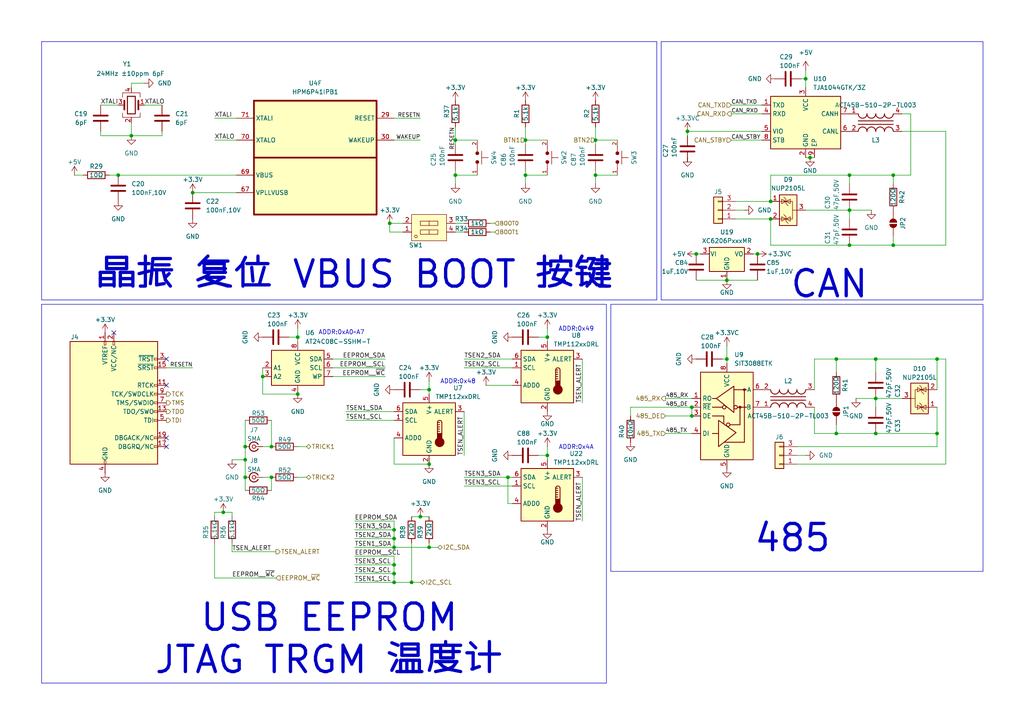
<source format=kicad_sch>
(kicad_sch (version 20250114) (generator "eeschema") (generator_version "9.0")
  (paper "A4")
  (title_block (title "HPM6P41_BuckBoost") (date "2025-05-05") (rev "4") (company "Author: Alipay"))
  (rectangle (start 12.065 88.265) (end 175.895 198.12))
  (rectangle (start 191.77 12.065) (end 285.115 86.995))
  (rectangle (start 177.165 88.265) (end 285.115 165.735))
  (rectangle (start 12.065 12.065) (end 190.5 86.995))
  (text "USB EEPROM\nJTAG TRGM 温度计" (at 95.504 185.42 0) (effects (font (size 7.62 7.62) (thickness 0.9525))))
  (text "ADDR:0x4A" (at 167.132 129.794 0) (effects (font (size 1.27 1.27))))
  (text "ADDR:0x48" (at 132.842 110.744 0) (effects (font (size 1.27 1.27))))
  (text "ADDR:0xA0~A7" (at 99.06 96.52 0) (effects (font (size 1.27 1.27))))
  (text "485" (at 229.87 156.21 0) (effects (font (size 7.62 7.62) (thickness 0.9525))))
  (text "ADDR:0x49" (at 167.132 95.504 0) (effects (font (size 1.27 1.27))))
  (text "CAN" (at 240.538 82.55 0) (effects (font (size 7.62 7.62) (thickness 0.9525))))
  (text "晶振 复位 VBUS BOOT 按键" (at 103.124 79.756 0) (effects (font (size 7.62 7.62) (thickness 0.9525))))
  (junction (at 34.29 50.8))
  (junction (at 71.12 138.43))
  (junction (at 271.78 104.14))
  (junction (at 200.66 118.11))
  (junction (at 38.1 39.37))
  (junction (at 86.36 97.79))
  (junction (at 119.38 168.91))
  (junction (at 114.3 158.75))
  (junction (at 114.3 156.21))
  (junction (at 158.75 97.79))
  (junction (at 210.82 81.28))
  (junction (at 114.3 163.83))
  (junction (at 254 104.14))
  (junction (at 246.38 60.96))
  (junction (at 254 115.57))
  (junction (at 223.52 63.5))
  (junction (at 242.57 104.14))
  (junction (at 234.95 45.72))
  (junction (at 152.4 40.64))
  (junction (at 200.66 120.65))
  (junction (at 242.57 125.73))
  (junction (at 259.08 71.12))
  (junction (at 158.75 132.08))
  (junction (at 233.68 22.86))
  (junction (at 114.3 166.37))
  (junction (at 259.08 50.8))
  (junction (at 124.46 113.03))
  (junction (at 223.52 58.42))
  (junction (at 113.03 64.77))
  (junction (at 172.72 40.64))
  (junction (at 246.38 71.12))
  (junction (at 132.08 40.64))
  (junction (at 121.92 149.86))
  (junction (at 199.39 38.1))
  (junction (at 124.46 134.62))
  (junction (at 271.78 125.73))
  (junction (at 64.77 148.59))
  (junction (at 78.74 129.54))
  (junction (at 71.12 129.54))
  (junction (at 172.72 50.8))
  (junction (at 152.4 50.8))
  (junction (at 219.71 73.66))
  (junction (at 132.08 50.8))
  (junction (at 86.36 114.3))
  (junction (at 124.46 158.75))
  (junction (at 147.32 138.43))
  (junction (at 246.38 50.8))
  (junction (at 254 125.73))
  (junction (at 78.74 138.43))
  (junction (at 201.93 73.66))
  (junction (at 76.2 109.22))
  (junction (at 114.3 153.67))
  (junction (at 210.82 104.14))
  (junction (at 71.12 133.35))
  (junction (at 114.3 168.91))
  (junction (at 55.88 55.88))
  (no_connect (at 48.26 127))
  (no_connect (at 33.02 96.52))
  (no_connect (at 48.26 104.14))
  (no_connect (at 48.26 129.54))
  (no_connect (at 48.26 111.76))
  (wire (pts (xy 223.52 63.5) (xy 223.52 71.12)))
  (wire (pts (xy 114.3 163.83) (xy 114.3 166.37)))
  (wire (pts (xy 102.87 151.13) (xy 114.3 151.13)))
  (wire (pts (xy 132.08 36.83) (xy 132.08 40.64)))
  (wire (pts (xy 134.62 138.43) (xy 147.32 138.43)))
  (wire (pts (xy 34.29 50.8) (xy 68.58 50.8)))
  (wire (pts (xy 232.41 22.86) (xy 233.68 22.86)))
  (wire (pts (xy 121.92 113.03) (xy 124.46 113.03)))
  (wire (pts (xy 134.62 104.14) (xy 148.59 104.14)))
  (wire (pts (xy 201.93 73.66) (xy 203.2 73.66)))
  (wire (pts (xy 213.36 58.42) (xy 223.52 58.42)))
  (wire (pts (xy 62.23 40.64) (xy 68.58 40.64)))
  (wire (pts (xy 246.38 63.5) (xy 246.38 60.96)))
  (wire (pts (xy 132.08 64.77) (xy 134.62 64.77)))
  (wire (pts (xy 96.52 104.14) (xy 111.76 104.14)))
  (wire (pts (xy 261.62 33.02) (xy 264.16 33.02)))
  (wire (pts (xy 254 115.57) (xy 254 118.11)))
  (wire (pts (xy 102.87 156.21) (xy 114.3 156.21)))
  (wire (pts (xy 236.22 113.03) (xy 236.22 104.14)))
  (wire (pts (xy 140.97 111.76) (xy 148.59 111.76)))
  (wire (pts (xy 142.24 67.31) (xy 143.51 67.31)))
  (wire (pts (xy 152.4 40.64) (xy 158.75 40.64)))
  (wire (pts (xy 114.3 166.37) (xy 114.3 168.91)))
  (wire (pts (xy 193.04 115.57) (xy 200.66 115.57)))
  (wire (pts (xy 252.73 60.96) (xy 246.38 60.96)))
  (wire (pts (xy 172.72 49.53) (xy 172.72 50.8)))
  (wire (pts (xy 236.22 125.73) (xy 242.57 125.73)))
  (wire (pts (xy 114.3 153.67) (xy 114.3 156.21)))
  (wire (pts (xy 172.72 50.8) (xy 179.07 50.8)))
  (wire (pts (xy 156.21 97.79) (xy 158.75 97.79)))
  (wire (pts (xy 233.68 60.96) (xy 246.38 60.96)))
  (wire (pts (xy 201.93 81.28) (xy 210.82 81.28)))
  (wire (pts (xy 246.38 50.8) (xy 259.08 50.8)))
  (wire (pts (xy 219.71 73.66) (xy 218.44 73.66)))
  (wire (pts (xy 102.87 158.75) (xy 114.3 158.75)))
  (wire (pts (xy 119.38 157.48) (xy 119.38 168.91)))
  (wire (pts (xy 231.14 129.54) (xy 271.78 129.54)))
  (wire (pts (xy 193.04 120.65) (xy 200.66 120.65)))
  (wire (pts (xy 78.74 121.92) (xy 78.74 129.54)))
  (wire (pts (xy 71.12 138.43) (xy 71.12 142.24)))
  (wire (pts (xy 113.03 64.77) (xy 116.84 64.77)))
  (wire (pts (xy 199.39 38.1) (xy 220.98 38.1)))
  (wire (pts (xy 83.82 97.79) (xy 86.36 97.79)))
  (wire (pts (xy 46.99 39.37) (xy 38.1 39.37)))
  (wire (pts (xy 132.08 50.8) (xy 138.43 50.8)))
  (wire (pts (xy 96.52 109.22) (xy 111.76 109.22)))
  (wire (pts (xy 223.52 50.8) (xy 223.52 58.42)))
  (wire (pts (xy 199.39 46.99) (xy 199.39 45.72)))
  (wire (pts (xy 168.91 151.13) (xy 168.91 138.43)))
  (wire (pts (xy 234.95 45.72) (xy 233.68 45.72)))
  (wire (pts (xy 124.46 157.48) (xy 124.46 158.75)))
  (wire (pts (xy 259.08 71.12) (xy 259.08 68.58)))
  (wire (pts (xy 29.21 30.48) (xy 34.29 30.48)))
  (wire (pts (xy 199.39 39.37) (xy 199.39 38.1)))
  (wire (pts (xy 134.62 132.08) (xy 134.62 119.38)))
  (wire (pts (xy 96.52 106.68) (xy 111.76 106.68)))
  (wire (pts (xy 271.78 104.14) (xy 274.32 104.14)))
  (wire (pts (xy 86.36 95.25) (xy 86.36 97.79)))
  (wire (pts (xy 248.285 115.57) (xy 254 115.57)))
  (wire (pts (xy 254 125.73) (xy 242.57 125.73)))
  (wire (pts (xy 38.1 35.56) (xy 38.1 39.37)))
  (wire (pts (xy 71.12 121.92) (xy 71.12 129.54)))
  (wire (pts (xy 132.08 40.64) (xy 132.08 41.91)))
  (wire (pts (xy 102.87 161.29) (xy 114.3 161.29)))
  (wire (pts (xy 172.72 36.83) (xy 172.72 40.64)))
  (wire (pts (xy 48.26 106.68) (xy 55.88 106.68)))
  (wire (pts (xy 124.46 110.49) (xy 124.46 113.03)))
  (wire (pts (xy 102.87 168.91) (xy 114.3 168.91)))
  (wire (pts (xy 242.57 125.73) (xy 242.57 123.19)))
  (wire (pts (xy 158.75 129.54) (xy 158.75 132.08)))
  (wire (pts (xy 119.38 149.86) (xy 121.92 149.86)))
  (wire (pts (xy 236.22 104.14) (xy 242.57 104.14)))
  (wire (pts (xy 148.59 146.05) (xy 147.32 146.05)))
  (wire (pts (xy 274.32 104.14) (xy 274.32 134.62)))
  (wire (pts (xy 147.32 138.43) (xy 148.59 138.43)))
  (wire (pts (xy 156.21 132.08) (xy 158.75 132.08)))
  (wire (pts (xy 62.23 167.64) (xy 80.01 167.64)))
  (wire (pts (xy 67.31 133.35) (xy 71.12 133.35)))
  (wire (pts (xy 21.59 50.8) (xy 24.13 50.8)))
  (wire (pts (xy 113.03 67.31) (xy 116.84 67.31)))
  (wire (pts (xy 261.62 38.1) (xy 274.32 38.1)))
  (wire (pts (xy 114.3 151.13) (xy 114.3 153.67)))
  (wire (pts (xy 152.4 50.8) (xy 152.4 53.34)))
  (wire (pts (xy 209.55 104.14) (xy 210.82 104.14)))
  (wire (pts (xy 172.72 50.8) (xy 172.72 53.34)))
  (wire (pts (xy 134.62 106.68) (xy 148.59 106.68)))
  (wire (pts (xy 231.14 132.08) (xy 233.68 132.08)))
  (wire (pts (xy 114.3 134.62) (xy 114.3 127)))
  (wire (pts (xy 271.78 125.73) (xy 254 125.73)))
  (wire (pts (xy 223.52 50.8) (xy 246.38 50.8)))
  (wire (pts (xy 134.62 140.97) (xy 148.59 140.97)))
  (wire (pts (xy 114.3 158.75) (xy 124.46 158.75)))
  (wire (pts (xy 102.87 163.83) (xy 114.3 163.83)))
  (wire (pts (xy 264.16 33.02) (xy 264.16 50.8)))
  (wire (pts (xy 67.31 160.02) (xy 80.01 160.02)))
  (wire (pts (xy 114.3 168.91) (xy 119.38 168.91)))
  (wire (pts (xy 76.2 109.22) (xy 76.2 114.3)))
  (wire (pts (xy 158.75 132.08) (xy 158.75 133.35)))
  (wire (pts (xy 212.09 40.64) (xy 220.98 40.64)))
  (wire (pts (xy 88.9 138.43) (xy 86.36 138.43)))
  (wire (pts (xy 71.12 133.35) (xy 71.12 138.43)))
  (wire (pts (xy 119.38 168.91) (xy 121.92 168.91)))
  (wire (pts (xy 86.36 114.3) (xy 76.2 114.3)))
  (wire (pts (xy 124.46 134.62) (xy 114.3 134.62)))
  (wire (pts (xy 67.31 148.59) (xy 64.77 148.59)))
  (wire (pts (xy 114.3 156.21) (xy 114.3 158.75)))
  (wire (pts (xy 152.4 50.8) (xy 158.75 50.8)))
  (wire (pts (xy 88.9 129.54) (xy 86.36 129.54)))
  (wire (pts (xy 71.12 129.54) (xy 71.12 133.35)))
  (wire (pts (xy 132.08 50.8) (xy 132.08 53.34)))
  (wire (pts (xy 67.31 157.48) (xy 67.31 160.02)))
  (wire (pts (xy 193.04 125.73) (xy 200.66 125.73)))
  (wire (pts (xy 242.57 104.14) (xy 242.57 107.95)))
  (wire (pts (xy 152.4 40.64) (xy 152.4 41.91)))
  (wire (pts (xy 67.31 148.59) (xy 67.31 149.86)))
  (wire (pts (xy 121.92 40.64) (xy 114.3 40.64)))
  (wire (pts (xy 246.38 71.12) (xy 259.08 71.12)))
  (wire (pts (xy 41.91 30.48) (xy 46.99 30.48)))
  (wire (pts (xy 242.57 104.14) (xy 254 104.14)))
  (wire (pts (xy 254 104.14) (xy 254 107.95)))
  (wire (pts (xy 55.88 55.88) (xy 68.58 55.88)))
  (wire (pts (xy 271.78 129.54) (xy 271.78 125.73)))
  (wire (pts (xy 233.68 22.86) (xy 233.68 20.32)))
  (wire (pts (xy 168.91 116.84) (xy 168.91 104.14)))
  (wire (pts (xy 38.1 24.13) (xy 38.1 25.4)))
  (wire (pts (xy 132.08 40.64) (xy 138.43 40.64)))
  (wire (pts (xy 100.33 119.38) (xy 114.3 119.38)))
  (wire (pts (xy 274.32 134.62) (xy 231.14 134.62)))
  (wire (pts (xy 62.23 149.86) (xy 62.23 148.59)))
  (wire (pts (xy 158.75 95.25) (xy 158.75 97.79)))
  (wire (pts (xy 121.92 149.86) (xy 124.46 149.86)))
  (wire (pts (xy 259.08 50.8) (xy 259.08 53.34)))
  (wire (pts (xy 254 115.57) (xy 261.62 115.57)))
  (wire (pts (xy 124.46 158.75) (xy 127 158.75)))
  (wire (pts (xy 274.32 38.1) (xy 274.32 71.12)))
  (wire (pts (xy 223.52 71.12) (xy 246.38 71.12)))
  (wire (pts (xy 38.1 39.37) (xy 29.21 39.37)))
  (wire (pts (xy 220.98 33.02) (xy 212.09 33.02)))
  (wire (pts (xy 41.91 24.13) (xy 38.1 24.13)))
  (wire (pts (xy 152.4 36.83) (xy 152.4 40.64)))
  (wire (pts (xy 29.21 39.37) (xy 29.21 38.1)))
  (wire (pts (xy 200.66 120.65) (xy 200.66 118.11)))
  (wire (pts (xy 62.23 148.59) (xy 64.77 148.59)))
  (wire (pts (xy 114.3 34.29) (xy 121.92 34.29)))
  (wire (pts (xy 142.24 64.77) (xy 143.51 64.77)))
  (wire (pts (xy 114.3 161.29) (xy 114.3 163.83)))
  (wire (pts (xy 172.72 40.64) (xy 172.72 41.91)))
  (wire (pts (xy 213.36 60.96) (xy 215.9 60.96)))
  (wire (pts (xy 233.68 25.4) (xy 233.68 22.86)))
  (wire (pts (xy 210.82 81.28) (xy 219.71 81.28)))
  (wire (pts (xy 158.75 97.79) (xy 158.75 99.06)))
  (wire (pts (xy 78.74 138.43) (xy 78.74 142.24)))
  (wire (pts (xy 212.09 30.48) (xy 220.98 30.48)))
  (wire (pts (xy 152.4 49.53) (xy 152.4 50.8)))
  (wire (pts (xy 78.74 129.54) (xy 76.2 129.54)))
  (wire (pts (xy 134.62 67.31) (xy 132.08 67.31)))
  (wire (pts (xy 182.88 118.11) (xy 200.66 118.11)))
  (wire (pts (xy 132.08 49.53) (xy 132.08 50.8)))
  (wire (pts (xy 236.22 118.11) (xy 236.22 125.73)))
  (wire (pts (xy 172.72 40.64) (xy 179.07 40.64)))
  (wire (pts (xy 271.78 104.14) (xy 254 104.14)))
  (wire (pts (xy 46.99 38.1) (xy 46.99 39.37)))
  (wire (pts (xy 259.08 50.8) (xy 264.16 50.8)))
  (wire (pts (xy 234.95 45.72) (xy 236.22 45.72)))
  (wire (pts (xy 62.23 157.48) (xy 62.23 167.64)))
  (wire (pts (xy 271.78 113.03) (xy 271.78 104.14)))
  (wire (pts (xy 76.2 106.68) (xy 76.2 109.22)))
  (wire (pts (xy 182.88 118.11) (xy 182.88 120.65)))
  (wire (pts (xy 271.78 118.11) (xy 271.78 125.73)))
  (wire (pts (xy 31.75 50.8) (xy 34.29 50.8)))
  (wire (pts (xy 113.03 64.77) (xy 113.03 67.31)))
  (wire (pts (xy 147.32 138.43) (xy 147.32 146.05)))
  (wire (pts (xy 124.46 113.03) (xy 124.46 114.3)))
  (wire (pts (xy 210.82 104.14) (xy 210.82 105.41)))
  (wire (pts (xy 86.36 97.79) (xy 86.36 99.06)))
  (wire (pts (xy 100.33 121.92) (xy 114.3 121.92)))
  (wire (pts (xy 102.87 166.37) (xy 114.3 166.37)))
  (wire (pts (xy 246.38 53.34) (xy 246.38 50.8)))
  (wire (pts (xy 78.74 138.43) (xy 76.2 138.43)))
  (wire (pts (xy 213.36 63.5) (xy 223.52 63.5)))
  (wire (pts (xy 62.23 34.29) (xy 68.58 34.29)))
  (wire (pts (xy 102.87 153.67) (xy 114.3 153.67)))
  (wire (pts (xy 210.82 100.33) (xy 210.82 104.14)))
  (wire (pts (xy 259.08 71.12) (xy 274.32 71.12)))
  (label "CAN_RXD" (at 212.09 33.02 0) (effects (font (size 1.15 1.15))))
  (label "XTALI" (at 29.21 30.48 0))
  (label "TSEN_ALERT" (at 168.91 116.84 90))
  (label "485_TX" (at 193.04 125.73 0) (effects (font (size 1.15 1.15))))
  (label "TSEN3_SDA" (at 134.62 138.43 0))
  (label "TSEN2_SCL" (at 102.87 166.37 0))
  (label "EEPROM__~{WC}" (at 67.31 167.64 0))
  (label "TSEN1_SDA" (at 102.87 158.75 0))
  (label "RESETN" (at 121.92 34.29 180) (effects (font (size 1.15 1.15))))
  (label "XTALO" (at 62.23 40.64 0))
  (label "TSEN_ALERT" (at 134.62 132.08 90))
  (label "EEPROM_SDA" (at 111.76 104.14 180))
  (label "RESETN" (at 132.08 36.83 270) (effects (font (size 1.15 1.15))))
  (label "XTALI" (at 62.23 34.29 0))
  (label "WAKEUP" (at 121.92 40.64 180) (effects (font (size 1.15 1.15))))
  (label "TSEN2_SCL" (at 134.62 106.68 0))
  (label "TSEN3_SCL" (at 134.62 140.97 0))
  (label "XTALO" (at 41.91 30.48 0))
  (label "CAN_TXD" (at 212.09 30.48 0) (effects (font (size 1.15 1.15))))
  (label "RESETN" (at 55.88 106.68 180) (effects (font (size 1.15 1.15))))
  (label "485_DE" (at 193.04 118.11 0) (effects (font (size 1.15 1.15))))
  (label "TSEN1_SCL" (at 102.87 168.91 0))
  (label "TSEN_ALERT" (at 168.91 151.13 90))
  (label "EEPROM_SDA" (at 102.87 151.13 0))
  (label "TSEN2_SDA" (at 102.87 156.21 0))
  (label "TSEN_ALERT" (at 67.31 160.02 0))
  (label "EEPROM__~{WC}" (at 111.76 109.22 180))
  (label "TSEN2_SDA" (at 134.62 104.14 0))
  (label "EEPROM__SCL" (at 102.87 161.29 0))
  (label "EEPROM__SCL" (at 111.76 106.68 180))
  (label "CAN_STBY" (at 212.09 40.64 0) (effects (font (size 1.15 1.15))))
  (label "TSEN3_SCL" (at 102.87 163.83 0))
  (label "TSEN3_SDA" (at 102.87 153.67 0))
  (label "485_RX" (at 193.04 115.57 0) (effects (font (size 1.15 1.15))))
  (label "TSEN1_SCL" (at 100.33 121.92 0))
  (label "TSEN1_SDA" (at 100.33 119.38 0))
  (hierarchical_label "BOOT1" (shape input) (at 143.51 67.31 0) (effects (font (size 1.15 1.15))))
  (hierarchical_label "BTN2" (shape input) (at 172.72 40.64 180))
  (hierarchical_label "I2C_SCL" (shape bidirectional) (at 121.92 168.91 0))
  (hierarchical_label "BTN1" (shape input) (at 152.4 40.64 180))
  (hierarchical_label "CAN_STBY" (shape input) (at 212.09 40.64 180))
  (hierarchical_label "TRICK1" (shape bidirectional) (at 88.9 129.54 0))
  (hierarchical_label "TSEN_ALERT" (shape output) (at 80.01 160.02 0))
  (hierarchical_label "TRICK2" (shape bidirectional) (at 88.9 138.43 0))
  (hierarchical_label "CAN_TXD" (shape input) (at 212.09 30.48 180))
  (hierarchical_label "TCK" (shape output) (at 48.26 114.3 0))
  (hierarchical_label "TMS" (shape output) (at 48.26 116.84 0))
  (hierarchical_label "TDO" (shape output) (at 48.26 119.38 0))
  (hierarchical_label "CAN_RXD" (shape output) (at 212.09 33.02 180))
  (hierarchical_label "I2C_SDA" (shape bidirectional) (at 127 158.75 0))
  (hierarchical_label "TDI" (shape output) (at 48.26 121.92 0))
  (hierarchical_label "BOOT0" (shape input) (at 143.51 64.77 0) (effects (font (size 1.15 1.15))))
  (hierarchical_label "485_RX" (shape output) (at 193.04 115.57 180))
  (hierarchical_label "485_TX" (shape input) (at 193.04 125.73 180))
  (hierarchical_label "EEPROM_~{WC}" (shape input) (at 80.01 167.64 0))
  (hierarchical_label "485_DE" (shape input) (at 193.04 120.65 180))
  (symbol (lib_id "power:GND") (at 55.88 63.5 0) (unit 1)
    (property "Reference" "#PWR049" (effects (hide yes)))
    (property "Value" "GND" (at 55.88 68.58 0))
    (property "Description" "Power symbol creates a global label with name \"GND\" , ground" (effects (hide yes)))
  )
  (symbol (lib_name "GND_1") (lib_id "power:GND") (at 30.48 137.16 0) (unit 1)
    (property "Reference" "#PWR0123" (effects (hide yes)))
    (property "Value" "GND" (at 30.48 142.24 0))
    (property "Description" "Power symbol creates a global label with name \"GND\" , ground" (effects (hide yes)))
  )
  (symbol (lib_id "PCM_SL_Devices:Push_Button") (at 179.07 45.72 270) (mirror x) (unit 1)
    (property "Reference" "SW3" (at 183.896 45.72 0))
    (property "Value" "Push_Button" (effects (hide yes)))
    (property "Footprint" "1MySwitchBtn:LCSC_SW_SPST_PTS810" (effects (hide yes)))
    (property "Description" "Common 6mmx6mm Push Button" (effects (hide yes)))
  )
  (symbol (lib_name "GND_1") (lib_id "power:GND") (at 199.39 45.72 0) (unit 1)
    (property "Reference" "#PWR068" (effects (hide yes)))
    (property "Value" "GND" (at 199.39 50.8 0))
    (property "Description" "Power symbol creates a global label with name \"GND\" , ground" (effects (hide yes)))
  )
  (symbol (lib_id "Device:R") (at 152.4 33.02 0) (unit 1)
    (property "Reference" "R1" (at 149.86 34.29 90) (effects (justify left)))
    (property "Value" "5.1k" (at 152.4 33.02 90))
    (property "Footprint" "Resistor_SMD:R_0603_1608Metric" (effects (hide yes)))
  )
  (symbol (lib_id "07_HPM_Inductance:ACT45B-510-2P-TL003") (at 245.11 40.64 0) (mirror x) (unit 1)
    (property "Reference" "L3" (at 254 40.64 0))
    (property "Value" "ACT45B-510-2P-TL003" (at 254 30.48 0))
    (property "Footprint" "1MyFootPrint:L4532" (effects (hide yes)))
    (property "Model" "ACT45B-510-2P-TL003" (effects (hide yes)))
    (property "Company" "TDK" (effects (hide yes)))
  )
  (symbol (lib_id "power:+3.3V") (at 199.39 38.1 0) (unit 1)
    (property "Reference" "#PWR067" (effects (hide yes)))
    (property "Value" "+3.3VC" (at 199.39 34.29 0))
  )
  (symbol (lib_name "GND_1") (lib_id "power:GND") (at 172.72 53.34 0) (unit 1)
    (property "Reference" "#PWR0151" (effects (hide yes)))
    (property "Value" "GND" (at 172.72 58.42 0))
    (property "Description" "Power symbol creates a global label with name \"GND\" , ground" (effects (hide yes)))
  )
  (symbol (lib_id "Device:C") (at 118.11 113.03 90) (unit 1)
    (property "Reference" "C24" (at 115.57 106.68 90) (effects (justify right)))
    (property "Value" "100nF" (at 115.57 109.22 90) (effects (justify right)))
    (property "Footprint" "Capacitor_SMD:C_0603_1608Metric" (effects (hide yes)))
  )
  (symbol (lib_id "Device:R") (at 172.72 33.02 0) (unit 1)
    (property "Reference" "R2" (at 170.18 34.29 90) (effects (justify left)))
    (property "Value" "5.1k" (at 172.72 33.02 90))
    (property "Footprint" "Resistor_SMD:R_0603_1608Metric" (effects (hide yes)))
  )
  (symbol (lib_id "Device:Crystal_GND24") (at 38.1 30.48 180) (unit 1)
    (property "Reference" "Y1" (at 36.83 18.542 0))
    (property "Value" "24MHz ±10ppm 6pF" (at 37.846 21.336 0))
    (property "Footprint" "Crystal:Crystal_SMD_3225-4Pin_3.2x2.5mm" (effects (hide yes)))
    (property "Datasheet" "https://item.szlcsc.com/365641.html?spm=sc.ols.yqj.it1-1&lcsc_vid=EwRcVFxfQ1UNUlxUFlcKAVVURlQMUgEHFFIPVlIDRgcxVlNSQVBfUlJSTlhWXjsOAxUeFF5JWA4cAwEUWRIUCwcVFE8NCAlJGgQDBQEUWA4cAwEUWA0HFBBIHxUDCw%3D%3D" (effects (hide yes)))
    (property "Description" "C389789" (effects (hide yes)))
  )
  (symbol (lib_name "GND_1") (lib_id "power:GND") (at 76.2 97.79 270) (unit 1)
    (property "Reference" "#PWR052" (effects (hide yes)))
    (property "Value" "GND" (at 71.12 97.79 0))
    (property "Description" "Power symbol creates a global label with name \"GND\" , ground" (effects (hide yes)))
  )
  (symbol (lib_id "Device:C") (at 29.21 34.29 0) (mirror y) (unit 1)
    (property "Reference" "C19" (at 25.4 33.0199 0) (effects (justify left)))
    (property "Value" "6pF" (at 25.4 35.5599 0) (effects (justify left)))
    (property "Footprint" "Capacitor_SMD:C_0603_1608Metric" (effects (hide yes)))
    (property "Description" "Unpolarized capacitor" (effects (hide yes)))
  )
  (symbol (lib_name "GND_1") (lib_id "power:GND") (at 152.4 53.34 0) (unit 1)
    (property "Reference" "#PWR099" (effects (hide yes)))
    (property "Value" "GND" (at 152.4 58.42 0))
    (property "Description" "Power symbol creates a global label with name \"GND\" , ground" (effects (hide yes)))
  )
  (symbol (lib_id "02_HPM_Resistor:1K_0402") (at 82.55 138.43 0) (unit 1)
    (property "Reference" "R52" (at 82.55 136.398 0))
    (property "Value" "50Ω" (at 82.55 138.43 0))
    (property "Footprint" "Resistor_SMD:R_0603_1608Metric" (effects (hide yes)))
    (property "Model" "0402WGF1001TCE" (effects (hide yes)))
    (property "Company" "UNI-ROYAL(厚声)" (effects (hide yes)))
  )
  (symbol (lib_name "GND_1") (lib_id "power:GND") (at 158.75 119.38 0) (unit 1)
    (property "Reference" "#PWR065" (effects (hide yes)))
    (property "Value" "GND" (at 158.75 122.936 0))
    (property "Description" "Power symbol creates a global label with name \"GND\" , ground" (effects (hide yes)))
  )
  (symbol (lib_name "GND_1") (lib_id "power:GND") (at 148.59 132.08 270) (unit 1)
    (property "Reference" "#PWR0153" (effects (hide yes)))
    (property "Value" "GND" (at 143.51 132.08 0))
    (property "Description" "Power symbol creates a global label with name \"GND\" , ground" (effects (hide yes)))
  )
  (symbol (lib_id "01-HPM-Peripheral:DM-02-V") (at 124.46 66.04 0) (mirror x) (unit 1)
    (property "Reference" "SW1" (at 120.65 71.12 0))
    (property "Value" "焊盘" (effects (hide yes)))
    (property "Footprint" "HPM6P41_BB:SW_DIP_SPSTx02_Slide_6.7x6.64mm_W8.61mm_P2.54mm_LowProfile" (effects (hide yes)))
    (property "Model" "DM-02-V" (effects (hide yes)))
    (property "Company" "圜达" (effects (hide yes)))
  )
  (symbol (lib_id "Connector_Generic:Conn_01x03") (at 226.06 132.08 180) (unit 1)
    (property "Reference" "J6" (at 226.06 126.746 0))
    (property "Value" "Conn_01x03" (effects (hide yes)))
    (property "Footprint" "Connector_Phoenix_MC:PhoenixContact_MC_1,5_3-G-3.81_1x03_P3.81mm_Horizontal" (effects (hide yes)))
    (property "Description" "Generic connector, single row, 01x03, script generated (kicad-library-utils/schlib/autogen/connector/)" (effects (hide yes)))
  )
  (symbol (lib_id "Jumper:SolderJumper_2_Open") (at 242.57 119.38 270) (mirror x) (unit 1) (exclude_from_sim yes) (in_bom no)
    (property "Reference" "JP1" (at 245.364 119.38 0))
    (property "Value" "SolderJumper_2_Open" (effects (hide yes)))
    (property "Footprint" "Jumper:SolderJumper-2_P1.3mm_Open_RoundedPad1.0x1.5mm" (effects (hide yes)))
    (property "Description" "Solder Jumper, 2-pole, open" (effects (hide yes)))
  )
  (symbol (lib_id "Jumper:SolderJumper_2_Open") (at 259.08 64.77 270) (mirror x) (unit 1) (exclude_from_sim yes) (in_bom no)
    (property "Reference" "JP2" (at 261.874 64.77 0))
    (property "Value" "SolderJumper_2_Open" (effects (hide yes)))
    (property "Footprint" "Jumper:SolderJumper-2_P1.3mm_Open_RoundedPad1.0x1.5mm" (effects (hide yes)))
    (property "Description" "Solder Jumper, 2-pole, open" (effects (hide yes)))
  )
  (symbol (lib_id "Connector:Conn_ARM_JTAG_SWD_20") (at 33.02 116.84 0) (unit 1)
    (property "Reference" "J4" (at 22.86 97.79 0) (effects (justify right)))
    (property "Value" "Conn_ARM_JTAG_SWD_20" (effects (hide yes)))
    (property "Footprint" "Connector_IDC:IDC-Header_2x10_P2.54mm_Vertical" (effects (hide yes)))
  )
  (symbol (lib_id "Device:R") (at 132.08 33.02 0) (unit 1)
    (property "Reference" "R37" (at 129.54 34.29 90) (effects (justify left)))
    (property "Value" "5.1k" (at 132.08 33.02 90))
    (property "Footprint" "Resistor_SMD:R_0603_1608Metric" (effects (hide yes)))
  )
  (symbol (lib_id "Regulator_Linear:XC6206PxxxMR") (at 210.82 73.66 0) (unit 1)
    (property "Reference" "U19" (at 210.82 67.31 0))
    (property "Value" "XC6206PxxxMR" (at 210.82 69.85 0))
    (property "Footprint" "Package_TO_SOT_SMD:SOT-23-3" (effects (hide yes)))
    (property "Datasheet" "https://www.torexsemi.com/file/xc6206/XC6206.pdf" (effects (hide yes)))
    (property "Description" "Positive 60-250mA Low Dropout Regulator, Fixed Output, SOT-23" (effects (hide yes)))
  )
  (symbol (lib_id "power:+3.3V") (at 86.36 95.25 0) (unit 1)
    (property "Reference" "#PWR054" (effects (hide yes)))
    (property "Value" "+3.3V" (at 86.36 91.44 0))
  )
  (symbol (lib_id "Device:C") (at 172.72 45.72 180) (unit 1)
    (property "Reference" "C87" (at 166.37 48.26 90) (effects (justify right)))
    (property "Value" "100nF" (at 168.91 48.26 90) (effects (justify right)))
    (property "Footprint" "Capacitor_SMD:C_0603_1608Metric" (effects (hide yes)))
  )
  (symbol (lib_id "07_HPM_Inductance:ACT45B-510-2P-TL003") (at 219.71 110.49 0) (unit 1)
    (property "Reference" "L2" (at 228.6 110.49 0))
    (property "Value" "ACT45B-510-2P-TL003" (at 228.6 120.65 0))
    (property "Footprint" "1MyFootPrint:L4532" (effects (hide yes)))
    (property "Model" "ACT45B-510-2P-TL003" (effects (hide yes)))
    (property "Company" "TDK" (effects (hide yes)))
  )
  (symbol (lib_id "1MyICs:TJA1044GTK/3Z") (at 233.68 35.56 0) (unit 1)
    (property "Reference" "U10" (at 235.8233 22.86 0) (effects (justify left)))
    (property "Value" "TJA1044GTK/3Z" (at 235.8233 25.4 0) (effects (justify left)))
    (property "Footprint" "Package_SON:HVSON-8-1EP_3x3mm_P0.65mm_EP1.6x2.4mm" (effects (hide yes)))
    (property "Datasheet" "http://www.nxp.com/docs/en/data-sheet/TJA1049.pdf" (effects (hide yes)))
    (property "Description" "High-Speed CAN Transceiver, separate VIO, standby mode, SOIC-8" (effects (hide yes)))
  )
  (symbol (lib_id "Device:R") (at 62.23 153.67 0) (mirror x) (unit 1)
    (property "Reference" "R35" (at 59.69 152.4 90) (effects (justify left)))
    (property "Value" "5.1kΩ" (at 62.23 153.67 90))
    (property "Footprint" "Resistor_SMD:R_0603_1608Metric" (effects (hide yes)))
  )
  (symbol (lib_id "Device:C") (at 254 111.76 0) (mirror x) (unit 1)
    (property "Reference" "C32" (at 260.35 115.316 90) (effects (justify right)))
    (property "Value" "47pF,50V" (at 257.81 115.57 90) (effects (justify right)))
    (property "Footprint" "Capacitor_SMD:C_0603_1608Metric" (effects (hide yes)))
  )
  (symbol (lib_id "power:+3.3V") (at 158.75 129.54 0) (unit 1)
    (property "Reference" "#PWR0154" (effects (hide yes)))
    (property "Value" "+3.3V" (at 158.75 125.73 0))
  )
  (symbol (lib_id "Device:C") (at 201.93 77.47 0) (mirror y) (unit 1)
    (property "Reference" "C84" (at 199.644 76.2 0) (effects (justify left)))
    (property "Value" "1uF,10V" (at 199.644 78.74 0) (effects (justify left)))
    (property "Footprint" "Capacitor_SMD:C_0603_1608Metric" (effects (hide yes)))
    (property "Description" "Unpolarized capacitor" (effects (hide yes)))
  )
  (symbol (lib_id "Device:R") (at 67.31 153.67 0) (mirror x) (unit 1)
    (property "Reference" "R36" (at 64.77 152.4 90) (effects (justify left)))
    (property "Value" "5.1kΩ" (at 67.31 153.67 90))
    (property "Footprint" "Resistor_SMD:R_0603_1608Metric" (effects (hide yes)))
  )
  (symbol (lib_id "Device:C") (at 152.4 97.79 90) (unit 1)
    (property "Reference" "C26" (at 149.86 91.44 90) (effects (justify right)))
    (property "Value" "100nF" (at 149.86 93.98 90) (effects (justify right)))
    (property "Footprint" "Capacitor_SMD:C_0603_1608Metric" (effects (hide yes)))
  )
  (symbol (lib_id "Memory_EEPROM:AT24CS04-SSHM") (at 86.36 106.68 0) (unit 1)
    (property "Reference" "U6" (at 88.5033 96.52 0) (effects (justify left)))
    (property "Value" "AT24C08C-SSHM-T" (at 88.5033 99.06 0) (effects (justify left)))
    (property "Footprint" "Package_SO:SOIC-8_3.9x4.9mm_P1.27mm" (effects (hide yes)))
    (property "Datasheet" "http://ww1.microchip.com/downloads/en/DeviceDoc/Atmel-8766-SEEPROM-AT24CS04-08-Datasheet.pdf" (effects (hide yes)))
    (property "Description" "I2C Serial EEPROM, 4Kb (512x8) with Unique Serial Number, SO8" (effects (hide yes)))
  )
  (symbol (lib_name "GND_1") (lib_id "power:GND") (at 215.9 60.96 90) (unit 1)
    (property "Reference" "#PWR073" (effects (hide yes)))
    (property "Value" "GND" (at 219.71 60.9599 90) (effects (justify right)))
    (property "Description" "Power symbol creates a global label with name \"GND\" , ground" (effects (hide yes)))
  )
  (symbol (lib_name "GND_1") (lib_id "power:GND") (at 201.93 104.14 270) (unit 1)
    (property "Reference" "#PWR069" (effects (hide yes)))
    (property "Value" "GND" (at 196.85 104.14 0))
    (property "Description" "Power symbol creates a global label with name \"GND\" , ground" (effects (hide yes)))
  )
  (symbol (lib_name "GND_1") (lib_id "power:GND") (at 252.73 60.96 0) (unit 1)
    (property "Reference" "#PWR080" (effects (hide yes)))
    (property "Value" "GND" (at 252.73 66.04 0))
    (property "Description" "Power symbol creates a global label with name \"GND\" , ground" (effects (hide yes)))
  )
  (symbol (lib_id "power:+3.3V") (at 140.97 111.76 0) (unit 1)
    (property "Reference" "#PWR061" (effects (hide yes)))
    (property "Value" "+3.3V" (at 140.97 107.95 0))
  )
  (symbol (lib_id "power:+3.3V") (at 64.77 148.59 0) (unit 1)
    (property "Reference" "#PWR053" (effects (hide yes)))
    (property "Value" "+3.3V" (at 64.77 144.78 0))
  )
  (symbol (lib_id "Connector:Conn_Coaxial_Small") (at 73.66 129.54 0) (mirror y) (unit 1)
    (property "Reference" "J7" (at 73.66 124.714 0))
    (property "Value" "SMA" (at 73.66 127.254 0))
    (property "Footprint" "HPM6P41_BB:SMA_Amphenol_901-144_Vertical" (effects (hide yes)))
    (property "Description" "small coaxial connector (BNC, SMA, SMB, SMC, Cinch/RCA, LEMO, ...)" (effects (hide yes)))
  )
  (symbol (lib_id "Device:C") (at 132.08 45.72 180) (unit 1)
    (property "Reference" "C25" (at 125.73 48.26 90) (effects (justify right)))
    (property "Value" "100nF" (at 128.27 48.26 90) (effects (justify right)))
    (property "Footprint" "Capacitor_SMD:C_0603_1608Metric" (effects (hide yes)))
  )
  (symbol (lib_id "Sensor_Temperature:TMP112xxDRL") (at 158.75 109.22 0) (unit 1)
    (property "Reference" "U8" (at 167.132 97.282 0))
    (property "Value" "TMP112xxDRL" (at 167.132 99.822 0))
    (property "Footprint" "Package_TO_SOT_SMD:SOT-563" (effects (hide yes)))
    (property "Datasheet" "https://www.ti.com/lit/ds/symlink/tmp112.pdf" (effects (hide yes)))
    (property "Description" "Digital Temperature Sensor with I2C/SMBus/Two-wire Interface, 12 bits, ±1°C, one-shot conversion, alert, nist traceable, SOT-563" (effects (hide yes)))
  )
  (symbol (lib_id "power:GND") (at 38.1 39.37 0) (unit 1)
    (property "Reference" "#PWR043" (effects (hide yes)))
    (property "Value" "GND" (at 38.1 44.45 0))
    (property "Description" "Power symbol creates a global label with name \"GND\" , ground" (effects (hide yes)))
  )
  (symbol (lib_id "Device:R") (at 242.57 111.76 0) (mirror y) (unit 1)
    (property "Reference" "R41" (at 245.11 111.76 90))
    (property "Value" "120Ω" (at 242.57 111.76 90))
    (property "Footprint" "Resistor_SMD:R_1206_3216Metric" (effects (hide yes)))
    (property "Description" "Resistor" (effects (hide yes)))
  )
  (symbol (lib_id "02_HPM_Resistor:1K_0402") (at 74.93 142.24 0) (mirror x) (unit 1)
    (property "Reference" "R64" (at 74.93 144.526 0))
    (property "Value" "50Ω" (at 74.93 142.24 0))
    (property "Footprint" "Resistor_SMD:R_0603_1608Metric" (effects (hide yes)))
    (property "Model" "0402WGF1001TCE" (effects (hide yes)))
    (property "Company" "UNI-ROYAL(厚声)" (effects (hide yes)))
  )
  (symbol (lib_id "power:+3.3V") (at 132.08 29.21 0) (unit 1)
    (property "Reference" "#PWR059" (effects (hide yes)))
    (property "Value" "+3.3V" (at 132.08 25.4 0))
  )
  (symbol (lib_id "Power_Protection:NUP2105L") (at 266.7 115.57 270) (mirror x) (unit 1)
    (property "Reference" "D10" (at 266.7 106.934 90))
    (property "Value" "NUP2105L" (at 266.7 109.474 90))
    (property "Footprint" "Package_TO_SOT_SMD:SOT-23" (effects (hide yes)))
    (property "Datasheet" "https://www.onsemi.com/pub_link/Collateral/NUP2105L-D.PDF" (effects (hide yes)))
    (property "Description" "Dual Line CAN Bus Protector, 24Vrwm" (effects (hide yes)))
  )
  (symbol (lib_name "GND_1") (lib_id "power:GND") (at 132.08 53.34 0) (unit 1)
    (property "Reference" "#PWR060" (effects (hide yes)))
    (property "Value" "GND" (at 132.08 58.42 0))
    (property "Description" "Power symbol creates a global label with name \"GND\" , ground" (effects (hide yes)))
  )
  (symbol (lib_id "power:+3.3V") (at 124.46 110.49 0) (unit 1)
    (property "Reference" "#PWR057" (effects (hide yes)))
    (property "Value" "+3.3V" (at 124.46 106.68 0))
  )
  (symbol (lib_id "Device:C") (at 152.4 45.72 180) (unit 1)
    (property "Reference" "C86" (at 146.05 48.26 90) (effects (justify right)))
    (property "Value" "100nF" (at 148.59 48.26 90) (effects (justify right)))
    (property "Footprint" "Capacitor_SMD:C_0603_1608Metric" (effects (hide yes)))
  )
  (symbol (lib_id "Device:R") (at 27.94 50.8 270) (unit 1)
    (property "Reference" "R29" (at 27.94 48.26 90))
    (property "Value" "10Ω" (at 27.94 50.8 90))
    (property "Footprint" "Resistor_SMD:R_0603_1608Metric" (effects (hide yes)))
    (property "Description" "Resistor" (effects (hide yes)))
  )
  (symbol (lib_id "Device:C") (at 46.99 34.29 0) (unit 1)
    (property "Reference" "C21" (at 50.8 33.0199 0) (effects (justify left)))
    (property "Value" "6pF" (at 50.8 35.5599 0) (effects (justify left)))
    (property "Footprint" "Capacitor_SMD:C_0603_1608Metric" (effects (hide yes)))
    (property "Description" "Unpolarized capacitor" (effects (hide yes)))
  )
  (symbol (lib_id "power:GND") (at 34.29 58.42 0) (unit 1)
    (property "Reference" "#PWR042" (effects (hide yes)))
    (property "Value" "GND" (at 34.29 63.5 0))
    (property "Description" "Power symbol creates a global label with name \"GND\" , ground" (effects (hide yes)))
  )
  (symbol (lib_name "GND_1") (lib_id "power:GND") (at 248.285 115.57 0) (mirror y) (unit 1)
    (property "Reference" "#PWR079" (effects (hide yes)))
    (property "Value" "GND" (at 248.285 120.65 0))
    (property "Description" "Power symbol creates a global label with name \"GND\" , ground" (effects (hide yes)))
  )
  (symbol (lib_name "GND_1") (lib_id "power:GND") (at 224.79 22.86 270) (unit 1)
    (property "Reference" "#PWR074" (effects (hide yes)))
    (property "Value" "GND" (at 220.98 22.8599 90) (effects (justify right)))
    (property "Description" "Power symbol creates a global label with name \"GND\" , ground" (effects (hide yes)))
  )
  (symbol (lib_id "Sensor_Temperature:TMP112xxDRL") (at 124.46 124.46 0) (unit 1)
    (property "Reference" "U7" (at 132.842 112.522 0))
    (property "Value" "TMP112xxDRL" (at 132.842 115.062 0))
    (property "Footprint" "Package_TO_SOT_SMD:SOT-563" (effects (hide yes)))
    (property "Datasheet" "https://www.ti.com/lit/ds/symlink/tmp112.pdf" (effects (hide yes)))
    (property "Description" "Digital Temperature Sensor with I2C/SMBus/Two-wire Interface, 12 bits, ±1°C, one-shot conversion, alert, nist traceable, SOT-563" (effects (hide yes)))
  )
  (symbol (lib_id "power:+3.3V") (at 121.92 149.86 0) (unit 1)
    (property "Reference" "#PWR062" (effects (hide yes)))
    (property "Value" "+3.3V" (at 121.92 146.05 0))
  )
  (symbol (lib_id "PCM_SL_Devices:Push_Button") (at 138.43 45.72 270) (mirror x) (unit 1)
    (property "Reference" "SW4" (at 143.256 45.72 0))
    (property "Value" "Push_Button" (effects (hide yes)))
    (property "Footprint" "1MySwitchBtn:LCSC_SW_SPST_PTS810" (effects (hide yes)))
    (property "Description" "Common 6mmx6mm Push Button" (effects (hide yes)))
  )
  (symbol (lib_name "GND_1") (lib_id "power:GND") (at 210.82 135.89 0) (unit 1)
    (property "Reference" "#PWR072" (effects (hide yes)))
    (property "Value" "GND" (at 210.82 140.97 0))
    (property "Description" "Power symbol creates a global label with name \"GND\" , ground" (effects (hide yes)))
  )
  (symbol (lib_name "GND_1") (lib_id "power:GND") (at 114.3 113.03 270) (unit 1)
    (property "Reference" "#PWR056" (effects (hide yes)))
    (property "Value" "GND" (at 109.22 113.03 0))
    (property "Description" "Power symbol creates a global label with name \"GND\" , ground" (effects (hide yes)))
  )
  (symbol (lib_id "Device:R") (at 119.38 153.67 0) (mirror x) (unit 1)
    (property "Reference" "R38" (at 116.84 152.4 90) (effects (justify left)))
    (property "Value" "2kΩ" (at 119.38 151.638 90) (effects (justify left)))
    (property "Footprint" "Resistor_SMD:R_0603_1608Metric" (effects (hide yes)))
  )
  (symbol (lib_id "Sensor_Temperature:TMP112xxDRL") (at 158.75 143.51 0) (unit 1)
    (property "Reference" "U22" (at 167.132 131.572 0))
    (property "Value" "TMP112xxDRL" (at 167.132 134.112 0))
    (property "Footprint" "Package_TO_SOT_SMD:SOT-563" (effects (hide yes)))
    (property "Datasheet" "https://www.ti.com/lit/ds/symlink/tmp112.pdf" (effects (hide yes)))
    (property "Description" "Digital Temperature Sensor with I2C/SMBus/Two-wire Interface, 12 bits, ±1°C, one-shot conversion, alert, nist traceable, SOT-563" (effects (hide yes)))
  )
  (symbol (lib_id "power:+3.3V") (at 158.75 95.25 0) (unit 1)
    (property "Reference" "#PWR064" (effects (hide yes)))
    (property "Value" "+3.3V" (at 158.75 91.44 0))
  )
  (symbol (lib_id "Device:C") (at 55.88 59.69 0) (unit 1)
    (property "Reference" "C22" (at 59.69 58.4199 0) (effects (justify left)))
    (property "Value" "100nF,10V" (at 59.69 60.9599 0) (effects (justify left)))
    (property "Footprint" "Capacitor_SMD:C_0603_1608Metric" (effects (hide yes)))
    (property "Description" "Unpolarized capacitor" (effects (hide yes)))
  )
  (symbol (lib_id "power:+3.3V") (at 30.48 96.52 0) (unit 1)
    (property "Reference" "#PWR098" (effects (hide yes)))
    (property "Value" "+3.3V" (at 30.48 92.71 0))
  )
  (symbol (lib_id "Device:C") (at 199.39 43.18 180) (unit 1)
    (property "Reference" "C27" (at 193.04 45.72 90) (effects (justify right)))
    (property "Value" "100nF" (at 195.58 45.72 90) (effects (justify right)))
    (property "Footprint" "Capacitor_SMD:C_0603_1608Metric" (effects (hide yes)))
  )
  (symbol (lib_id "Power_Protection:NUP2105L") (at 228.6 60.96 90) (mirror x) (unit 1)
    (property "Reference" "D9" (at 228.6 52.07 90))
    (property "Value" "NUP2105L" (at 228.6 54.61 90))
    (property "Footprint" "Package_TO_SOT_SMD:SOT-23" (effects (hide yes)))
    (property "Datasheet" "https://www.onsemi.com/pub_link/Collateral/NUP2105L-D.PDF" (effects (hide yes)))
    (property "Description" "Dual Line CAN Bus Protector, 24Vrwm" (effects (hide yes)))
  )
  (symbol (lib_name "GND_1") (lib_id "power:GND") (at 158.75 153.67 0) (unit 1)
    (property "Reference" "#PWR0155" (effects (hide yes)))
    (property "Value" "GND" (at 158.75 157.226 0))
    (property "Description" "Power symbol creates a global label with name \"GND\" , ground" (effects (hide yes)))
  )
  (symbol (lib_id "Device:C") (at 152.4 132.08 90) (unit 1)
    (property "Reference" "C88" (at 149.86 125.73 90) (effects (justify right)))
    (property "Value" "100nF" (at 149.86 128.27 90) (effects (justify right)))
    (property "Footprint" "Capacitor_SMD:C_0603_1608Metric" (effects (hide yes)))
  )
  (symbol (lib_id "02_HPM_Resistor:1K_0402") (at 138.43 64.77 0) (unit 1)
    (property "Reference" "R33" (at 133.858 63.5 0))
    (property "Value" "1kΩ" (at 138.43 64.77 0))
    (property "Footprint" "Resistor_SMD:R_0603_1608Metric" (effects (hide yes)))
    (property "Model" "0402WGF1001TCE" (effects (hide yes)))
    (property "Company" "UNI-ROYAL(厚声)" (effects (hide yes)))
  )
  (symbol (lib_id "Device:C") (at 219.71 77.47 0) (unit 1)
    (property "Reference" "C85" (at 222.25 76.2 0) (effects (justify left)))
    (property "Value" "1uF,10V" (at 222.25 78.74 0) (effects (justify left)))
    (property "Footprint" "Capacitor_SMD:C_0603_1608Metric" (effects (hide yes)))
    (property "Description" "Unpolarized capacitor" (effects (hide yes)))
  )
  (symbol (lib_name "GND_1") (lib_id "power:GND") (at 67.31 133.35 0) (unit 1)
    (property "Reference" "#PWR0146" (effects (hide yes)))
    (property "Value" "GND" (at 67.31 138.43 0))
    (property "Description" "Power symbol creates a global label with name \"GND\" , ground" (effects (hide yes)))
  )
  (symbol (lib_id "02_HPM_Resistor:1K_0402") (at 138.43 67.31 0) (unit 1)
    (property "Reference" "R34" (at 133.858 66.294 0))
    (property "Value" "1kΩ" (at 138.43 67.31 0))
    (property "Footprint" "Resistor_SMD:R_0603_1608Metric" (effects (hide yes)))
    (property "Model" "0402WGF1001TCE" (effects (hide yes)))
    (property "Company" "UNI-ROYAL(厚声)" (effects (hide yes)))
  )
  (symbol (lib_id "power:+3.3V") (at 210.82 100.33 0) (unit 1)
    (property "Reference" "#PWR040" (effects (hide yes)))
    (property "Value" "+3.3VC" (at 210.82 96.52 0))
  )
  (symbol (lib_id "Interface_UART:SP3485EN") (at 210.82 120.65 0) (unit 1)
    (property "Reference" "U9" (at 212.9633 102.87 0) (effects (justify left)))
    (property "Value" "SIT3088ETK" (at 212.9633 105.41 0) (effects (justify left)))
    (property "Footprint" "Package_SO:SOIC-8_3.9x4.9mm_P1.27mm" (effects (hide yes)))
    (property "Datasheet" "http://www.icbase.com/pdf/SPX/SPX00480106.pdf" (effects (hide yes)))
    (property "Description" "Industrial 3.3V Low Power Half-Duplex RS-485 Transceiver 10Mbps, SOIC-8" (effects (hide yes)))
  )
  (symbol (lib_id "power:+3.3V") (at 152.4 29.21 0) (unit 1)
    (property "Reference" "#PWR047" (effects (hide yes)))
    (property "Value" "+3.3V" (at 152.4 25.4 0))
  )
  (symbol (lib_id "power:+5V") (at 201.93 73.66 90) (unit 1)
    (property "Reference" "#PWR071" (effects (hide yes)))
    (property "Value" "+5V" (at 198.882 73.66 90) (effects (justify left)))
    (property "Description" "Power symbol creates a global label with name \"+5V\"" (effects (hide yes)))
  )
  (symbol (lib_id "PCM_SL_Devices:Push_Button") (at 158.75 45.72 270) (mirror x) (unit 1)
    (property "Reference" "SW2" (at 163.576 45.72 0))
    (property "Value" "Push_Button" (effects (hide yes)))
    (property "Footprint" "1MySwitchBtn:LCSC_SW_SPST_PTS810" (effects (hide yes)))
    (property "Description" "Common 6mmx6mm Push Button" (effects (hide yes)))
  )
  (symbol (lib_id "Device:C") (at 228.6 22.86 90) (unit 1)
    (property "Reference" "C29" (at 226.06 16.51 90) (effects (justify right)))
    (property "Value" "100nF" (at 226.06 19.05 90) (effects (justify right)))
    (property "Footprint" "Capacitor_SMD:C_0603_1608Metric" (effects (hide yes)))
  )
  (symbol (lib_id "power:+3.3V") (at 172.72 29.21 0) (unit 1)
    (property "Reference" "#PWR0149" (effects (hide yes)))
    (property "Value" "+3.3V" (at 172.72 25.4 0))
  )
  (symbol (lib_id "power:GND") (at 41.91 24.13 90) (unit 1)
    (property "Reference" "#PWR044" (effects (hide yes)))
    (property "Value" "GND" (at 45.72 24.1299 90) (effects (justify right)))
    (property "Description" "Power symbol creates a global label with name \"GND\" , ground" (effects (hide yes)))
  )
  (symbol (lib_name "GND_1") (lib_id "power:GND") (at 124.46 134.62 0) (unit 1)
    (property "Reference" "#PWR058" (effects (hide yes)))
    (property "Value" "GND" (at 124.46 139.7 0))
    (property "Description" "Power symbol creates a global label with name \"GND\" , ground" (effects (hide yes)))
  )
  (symbol (lib_id "Device:C") (at 254 121.92 0) (mirror x) (unit 1)
    (property "Reference" "C33" (at 260.35 125.476 90) (effects (justify right)))
    (property "Value" "47pF,50V" (at 257.81 125.73 90) (effects (justify right)))
    (property "Footprint" "Capacitor_SMD:C_0603_1608Metric" (effects (hide yes)))
  )
  (symbol (lib_id "Device:C") (at 246.38 67.31 180) (unit 1)
    (property "Reference" "C31" (at 240.03 70.866 90) (effects (justify right)))
    (property "Value" "47pF,50V" (at 242.57 71.12 90) (effects (justify right)))
    (property "Footprint" "Capacitor_SMD:C_0603_1608Metric" (effects (hide yes)))
  )
  (symbol (lib_id "Connector_Generic:Conn_01x03") (at 208.28 60.96 180) (unit 1)
    (property "Reference" "J5" (at 208.28 55.626 0))
    (property "Value" "Conn_01x03" (effects (hide yes)))
    (property "Footprint" "Connector_Phoenix_MC:PhoenixContact_MC_1,5_3-G-3.81_1x03_P3.81mm_Horizontal" (effects (hide yes)))
    (property "Description" "Generic connector, single row, 01x03, script generated (kicad-library-utils/schlib/autogen/connector/)" (effects (hide yes)))
  )
  (symbol (lib_id "02_HPM_Resistor:1K_0402") (at 74.93 121.92 0) (unit 1)
    (property "Reference" "R53" (at 74.93 119.888 0))
    (property "Value" "50Ω" (at 74.93 121.92 0))
    (property "Footprint" "Resistor_SMD:R_0603_1608Metric" (effects (hide yes)))
    (property "Model" "0402WGF1001TCE" (effects (hide yes)))
    (property "Company" "UNI-ROYAL(厚声)" (effects (hide yes)))
  )
  (symbol (lib_name "GND_1") (lib_id "power:GND") (at 182.88 128.27 0) (unit 1)
    (property "Reference" "#PWR066" (effects (hide yes)))
    (property "Value" "GND" (at 182.88 133.35 0))
    (property "Description" "Power symbol creates a global label with name \"GND\" , ground" (effects (hide yes)))
  )
  (symbol (lib_name "GND_1") (lib_id "power:GND") (at 148.59 97.79 270) (unit 1)
    (property "Reference" "#PWR063" (effects (hide yes)))
    (property "Value" "GND" (at 143.51 97.79 0))
    (property "Description" "Power symbol creates a global label with name \"GND\" , ground" (effects (hide yes)))
  )
  (symbol (lib_id "Device:R") (at 182.88 124.46 0) (mirror x) (unit 1)
    (property "Reference" "R40" (at 180.34 123.19 90) (effects (justify left)))
    (property "Value" "10kΩ" (at 182.88 121.92 90) (effects (justify left)))
    (property "Footprint" "Resistor_SMD:R_0603_1608Metric" (effects (hide yes)))
  )
  (symbol (lib_name "GND_1") (lib_id "power:GND") (at 86.36 114.3 0) (unit 1)
    (property "Reference" "#PWR055" (effects (hide yes)))
    (property "Value" "GND" (at 86.36 119.38 0))
    (property "Description" "Power symbol creates a global label with name \"GND\" , ground" (effects (hide yes)))
  )
  (symbol (lib_id "power:+3.3V") (at 113.03 64.77 0) (unit 1)
    (property "Reference" "#PWR046" (effects (hide yes)))
    (property "Value" "+3.3V" (at 113.03 60.96 0))
  )
  (symbol (lib_id "02_HPM_Resistor:1K_0402") (at 82.55 129.54 0) (unit 1)
    (property "Reference" "R49" (at 82.55 127.508 0))
    (property "Value" "50Ω" (at 82.55 129.54 0))
    (property "Footprint" "Resistor_SMD:R_0603_1608Metric" (effects (hide yes)))
    (property "Model" "0402WGF1001TCE" (effects (hide yes)))
    (property "Company" "UNI-ROYAL(厚声)" (effects (hide yes)))
  )
  (symbol (lib_id "HPM6P00_Library:HPM6P41IPB1") (at 73.66 29.21 0) (unit 6)
    (property "Reference" "U4" (at 91.44 24.13 0))
    (property "Value" "HPM6P41IPB1" (at 91.44 26.67 0))
    (property "Footprint" "HPM_footprints:LQFP-100_14x14mm_P0.5mm_EP5.0x5.0mm" (effects (hide yes)))
    (property "Description" "eLQFP100" (effects (hide yes)))
  )
  (symbol (lib_name "GND_1") (lib_id "power:GND") (at 210.82 81.28 0) (unit 1)
    (property "Reference" "#PWR041" (effects (hide yes)))
    (property "Value" "GND" (at 210.82 84.836 0))
    (property "Description" "Power symbol creates a global label with name \"GND\" , ground" (effects (hide yes)))
  )
  (symbol (lib_name "GND_1") (lib_id "power:GND") (at 234.95 45.72 0) (unit 1)
    (property "Reference" "#PWR078" (effects (hide yes)))
    (property "Value" "GND" (at 234.95 49.53 0))
    (property "Description" "Power symbol creates a global label with name \"GND\" , ground" (effects (hide yes)))
  )
  (symbol (lib_id "power:+3.3V") (at 55.88 55.88 0) (unit 1)
    (property "Reference" "#PWR048" (effects (hide yes)))
    (property "Value" "+3.3V" (at 55.88 52.07 0))
    (property "Description" "Power symbol creates a global label with name \"+3.3V\"" (effects (hide yes)))
  )
  (symbol (lib_id "power:+5V") (at 21.59 50.8 0) (unit 1)
    (property "Reference" "#PWR037" (effects (hide yes)))
    (property "Value" "+5V" (at 21.59 46.99 0))
  )
  (symbol (lib_id "Device:C") (at 205.74 104.14 90) (unit 1)
    (property "Reference" "C28" (at 203.2 97.79 90) (effects (justify right)))
    (property "Value" "100nF" (at 203.2 100.33 90) (effects (justify right)))
    (property "Footprint" "Capacitor_SMD:C_0603_1608Metric" (effects (hide yes)))
  )
  (symbol (lib_id "Device:C") (at 246.38 57.15 180) (unit 1)
    (property "Reference" "C30" (at 240.03 60.706 90) (effects (justify right)))
    (property "Value" "47pF,50V" (at 242.57 60.96 90) (effects (justify right)))
    (property "Footprint" "Capacitor_SMD:C_0603_1608Metric" (effects (hide yes)))
  )
  (symbol (lib_id "Device:R") (at 259.08 57.15 0) (mirror y) (unit 1)
    (property "Reference" "R42" (at 261.62 57.15 90))
    (property "Value" "120Ω" (at 259.08 57.15 90))
    (property "Footprint" "Resistor_SMD:R_1206_3216Metric" (effects (hide yes)))
    (property "Description" "Resistor" (effects (hide yes)))
  )
  (symbol (lib_id "Device:C") (at 80.01 97.79 90) (unit 1)
    (property "Reference" "C23" (at 77.47 91.44 90) (effects (justify right)))
    (property "Value" "100nF" (at 77.47 93.98 90) (effects (justify right)))
    (property "Footprint" "Capacitor_SMD:C_0603_1608Metric" (effects (hide yes)))
  )
  (symbol (lib_id "power:+3.3V") (at 219.71 73.66 270) (unit 1)
    (property "Reference" "#PWR070" (effects (hide yes)))
    (property "Value" "+3.3VC" (at 222.504 73.66 90) (effects (justify left)))
  )
  (symbol (lib_id "Device:C") (at 34.29 54.61 0) (unit 1)
    (property "Reference" "C20" (at 38.1 53.3399 0) (effects (justify left)))
    (property "Value" "100nF,10V" (at 38.1 55.8799 0) (effects (justify left)))
    (property "Footprint" "Capacitor_SMD:C_0603_1608Metric" (effects (hide yes)))
    (property "Description" "Unpolarized capacitor" (effects (hide yes)))
  )
  (symbol (lib_id "power:+5V") (at 233.68 20.32 0) (unit 1)
    (property "Reference" "#PWR076" (effects (hide yes)))
    (property "Value" "+5V" (at 233.68 15.24 0))
    (property "Description" "Power symbol creates a global label with name \"+5V\"" (effects (hide yes)))
  )
  (symbol (lib_id "Device:R") (at 124.46 153.67 0) (mirror x) (unit 1)
    (property "Reference" "R39" (at 121.92 152.4 90) (effects (justify left)))
    (property "Value" "2kΩ" (at 124.46 151.638 90) (effects (justify left)))
    (property "Footprint" "Resistor_SMD:R_0603_1608Metric" (effects (hide yes)))
  )
  (symbol (lib_name "GND_1") (lib_id "power:GND") (at 233.68 132.08 90) (unit 1)
    (property "Reference" "#PWR077" (effects (hide yes)))
    (property "Value" "GND" (at 237.49 132.0799 90) (effects (justify right)))
    (property "Description" "Power symbol creates a global label with name \"GND\" , ground" (effects (hide yes)))
  )
  (symbol (lib_id "Connector:Conn_Coaxial_Small") (at 73.66 138.43 0) (mirror y) (unit 1)
    (property "Reference" "J8" (at 73.66 133.604 0))
    (property "Value" "SMA" (at 73.66 136.144 0))
    (property "Footprint" "HPM6P41_BB:SMA_Amphenol_901-144_Vertical" (effects (hide yes)))
    (property "Description" "small coaxial connector (BNC, SMA, SMB, SMC, Cinch/RCA, LEMO, ...)" (effects (hide yes)))
  )
)
</source>
